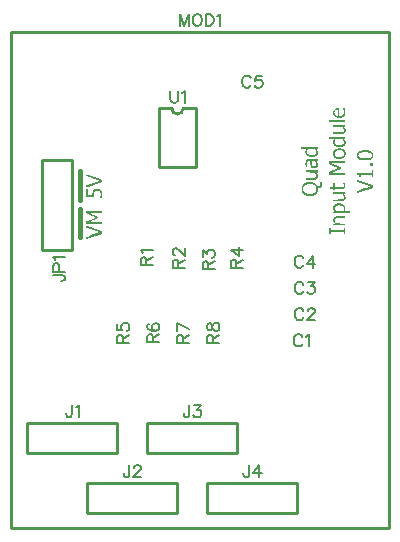
<source format=gbr>
G04 DipTrace 4.0.0.2*
G04 TopSilk.gbr*
%MOIN*%
G04 #@! TF.FileFunction,Legend,Top*
G04 #@! TF.Part,Single*
%ADD10C,0.009843*%
%ADD16C,0.015*%
%ADD35C,0.006176*%
%FSLAX26Y26*%
G04*
G70*
G90*
G75*
G01*
G04 TopSilk*
%LPD*%
X598921Y1318803D2*
D10*
X498921D1*
Y1618803D1*
X598921D2*
X498921D1*
X598921Y1318803D2*
Y1618803D1*
X448921Y643803D2*
Y743803D1*
X748921D1*
Y643803D2*
Y743803D1*
X448921Y643803D2*
X748921D1*
X394000Y2047543D2*
Y394000D1*
X1653843D1*
Y2047543D1*
X394000D1*
X648921Y443803D2*
Y543803D1*
X948921D1*
Y443803D2*
Y543803D1*
X648921Y443803D2*
X948921D1*
X848921Y643803D2*
Y743803D1*
X1148921D1*
Y643803D2*
Y743803D1*
X848921Y643803D2*
X1148921D1*
X1048921Y443803D2*
Y543803D1*
X1348921D1*
Y443803D2*
Y543803D1*
X1048921Y443803D2*
X1348921D1*
X885937Y1792230D2*
Y1595377D1*
X1011906Y1792230D2*
Y1595377D1*
X885937D2*
X1011906D1*
X885937Y1792230D2*
X929234D1*
X968609D2*
X1011906D1*
X929234D2*
G03X968609Y1792230I19688J1D01*
G01*
X623921Y1487554D2*
D16*
Y1581303D1*
Y1362554D2*
Y1456303D1*
G36*
X1469951Y1787550D2*
X1469735Y1786754D1*
X1469295Y1786238D1*
X1467982Y1783613D1*
X1467326Y1779676D1*
Y1777052D1*
X1467982Y1773115D1*
X1468638Y1771146D1*
X1469951Y1768521D1*
X1475200Y1763272D1*
X1479137Y1761304D1*
X1481762Y1760647D1*
X1485043Y1759991D1*
X1492261D1*
X1495541Y1760647D1*
X1497510Y1761304D1*
X1501447Y1763272D1*
X1506040Y1767865D1*
X1507352Y1770490D1*
X1508665Y1774427D1*
Y1784270D1*
X1508009Y1786894D1*
X1506696Y1790831D1*
X1506040Y1792144D1*
X1505384Y1792800D1*
X1499478D1*
Y1792144D1*
X1500791Y1790175D1*
X1501447Y1788863D1*
X1502759Y1784926D1*
X1503415Y1784270D1*
Y1775739D1*
X1502759Y1775083D1*
X1502103Y1773115D1*
Y1772458D1*
X1498166Y1768521D1*
X1496854Y1767865D1*
X1494885Y1767209D1*
X1492698Y1766553D1*
X1490511D1*
X1488324Y1767209D1*
Y1794112D1*
X1485699D1*
X1479137Y1793456D1*
X1477169Y1792800D1*
X1473232Y1790831D1*
X1469951Y1787550D1*
X1482418D1*
X1482908Y1787972D1*
X1483248Y1787933D1*
X1483730Y1787550D1*
Y1767209D1*
X1482418Y1766553D1*
X1481106D1*
X1475856Y1769178D1*
X1473888Y1771146D1*
Y1771802D1*
X1473232Y1773115D1*
X1472575Y1775083D1*
X1471919Y1775739D1*
Y1779676D1*
X1472575Y1780332D1*
X1473888Y1783613D1*
X1474015Y1784078D1*
X1474544Y1784926D1*
X1475856Y1785582D1*
X1476512Y1786238D1*
X1478481Y1786894D1*
X1482418Y1787550D1*
X1469951D1*
G37*
G36*
X1453547Y1752773D2*
Y1746868D1*
X1508009D1*
Y1752773D1*
X1453547D1*
G37*
G36*
X1469295Y1736369D2*
X1468638Y1735713D1*
Y1730464D1*
X1469295Y1729808D1*
X1499478Y1729151D1*
X1500791Y1727839D1*
Y1727183D1*
X1502759Y1723246D1*
X1503415Y1722590D1*
Y1716028D1*
X1502759Y1715372D1*
Y1714716D1*
X1501447Y1713403D1*
X1500135Y1712747D1*
X1497510Y1712091D1*
X1468638Y1711435D1*
Y1705529D1*
X1498822D1*
X1501447Y1706186D1*
X1505384Y1708154D1*
X1507352Y1710123D1*
X1508665Y1712091D1*
X1509321Y1714060D1*
Y1721277D1*
X1508665Y1723246D1*
X1508009Y1724558D1*
X1506696Y1726527D1*
X1504728Y1728495D1*
Y1729151D1*
X1508009Y1729808D1*
Y1736369D1*
X1469295D1*
G37*
G36*
X1469951Y1689125D2*
X1469735Y1688329D1*
X1469295Y1687813D1*
X1468638Y1686500D1*
X1467982Y1684532D1*
X1467326Y1680595D1*
Y1678626D1*
X1467982Y1675346D1*
X1468638Y1673377D1*
X1469295Y1672065D1*
X1470607Y1670096D1*
X1473232Y1667472D1*
X1475200Y1666159D1*
X1477825Y1664847D1*
X1481762Y1663535D1*
X1485043Y1662878D1*
X1492917D1*
X1496854Y1663535D1*
X1500791Y1664847D1*
X1503415Y1666159D1*
X1506040Y1668128D1*
X1508009Y1670752D1*
X1508665Y1672065D1*
X1509321Y1674033D1*
Y1681251D1*
X1508665Y1683220D1*
X1507352Y1685844D1*
X1504728Y1688469D1*
Y1689125D1*
X1508009Y1689781D1*
Y1695687D1*
X1452890D1*
Y1689781D1*
X1469951Y1689125D1*
X1475200D1*
X1483293Y1689781D1*
X1491386D1*
X1499478Y1689125D1*
X1500791Y1687813D1*
Y1687157D1*
X1502103Y1685188D1*
X1502759Y1683220D1*
X1503415Y1682563D1*
Y1676002D1*
X1502759Y1675346D1*
X1502103Y1674033D1*
X1501887Y1673237D1*
X1501447Y1672721D1*
X1500135Y1672065D1*
X1499478Y1671409D1*
X1495541Y1670096D1*
X1490948Y1669440D1*
X1486355D1*
X1481762Y1670096D1*
X1479793Y1670752D1*
X1477169Y1672065D1*
X1473888Y1675346D1*
Y1676002D1*
X1473232Y1677970D1*
X1472575Y1678626D1*
Y1682563D1*
X1473232Y1683220D1*
X1473888Y1686500D1*
X1475200Y1689125D1*
X1469951D1*
G37*
G36*
X1378087Y1656317D2*
X1377872Y1655521D1*
X1377431Y1655004D1*
X1376775Y1653692D1*
X1376119Y1651724D1*
X1375463Y1647787D1*
Y1645818D1*
X1376119Y1642537D1*
X1376775Y1640569D1*
X1377431Y1639256D1*
X1378743Y1637288D1*
X1381368Y1634663D1*
X1383337Y1633351D1*
X1385961Y1632039D1*
X1389898Y1630726D1*
X1393179Y1630070D1*
X1401053D1*
X1404990Y1630726D1*
X1408927Y1632039D1*
X1411552Y1633351D1*
X1414177Y1635319D1*
X1416145Y1637944D1*
X1416801Y1639256D1*
X1417457Y1641225D1*
Y1648443D1*
X1416801Y1650411D1*
X1415489Y1653036D1*
X1412864Y1655661D1*
Y1656317D1*
X1416145Y1656973D1*
Y1662878D1*
X1361027D1*
Y1656973D1*
X1378087Y1656317D1*
X1383337D1*
X1391429Y1656973D1*
X1399522D1*
X1407615Y1656317D1*
X1408927Y1655004D1*
Y1654348D1*
X1410240Y1652380D1*
X1410896Y1650411D1*
X1411552Y1649755D1*
Y1643193D1*
X1410896Y1642537D1*
X1410240Y1641225D1*
X1410024Y1640429D1*
X1409583Y1639913D1*
X1408271Y1639256D1*
X1407615Y1638600D1*
X1403678Y1637288D1*
X1399085Y1636632D1*
X1394491D1*
X1389898Y1637288D1*
X1387930Y1637944D1*
X1385305Y1639256D1*
X1382024Y1642537D1*
Y1643193D1*
X1381368Y1645162D1*
X1380712Y1645818D1*
Y1649755D1*
X1381368Y1650411D1*
X1382024Y1653692D1*
X1383337Y1656317D1*
X1378087D1*
G37*
G36*
X1471263Y1651724D2*
X1469951Y1650411D1*
X1468638Y1647787D1*
X1467982Y1645818D1*
X1467326Y1642537D1*
Y1639913D1*
X1467982Y1635976D1*
X1468638Y1634007D1*
X1469295Y1632695D1*
X1470607Y1630726D1*
X1473888Y1627445D1*
X1475856Y1626133D1*
X1477169Y1625477D1*
X1481106Y1624165D1*
X1485043Y1623508D1*
X1492261D1*
X1496198Y1624165D1*
X1498166Y1624821D1*
X1502103Y1626789D1*
X1504072Y1628102D1*
X1506040Y1630070D1*
X1507352Y1632039D1*
X1508665Y1634663D1*
X1509321Y1636632D1*
Y1645162D1*
X1508009Y1649099D1*
X1506696Y1651067D1*
X1502759Y1655004D1*
X1498822Y1656973D1*
X1496854Y1657629D1*
X1493573Y1658285D1*
X1483730D1*
X1480449Y1657629D1*
X1478481Y1656973D1*
X1474544Y1655004D1*
X1471263Y1651724D1*
X1485699D1*
X1487667Y1652380D1*
X1489636D1*
X1491604Y1651724D1*
X1496198Y1651067D1*
X1498166Y1650411D1*
X1499478Y1649755D1*
X1500135Y1649099D1*
X1501447Y1648443D1*
X1501975Y1647596D1*
X1502103Y1647130D1*
X1503415Y1645162D1*
X1504072Y1644506D1*
Y1637944D1*
X1503415Y1637288D1*
Y1635976D1*
X1500135Y1632695D1*
X1497510Y1631382D1*
X1494885Y1630726D1*
X1490511Y1630070D1*
X1486136D1*
X1481762Y1630726D1*
X1477825Y1632039D1*
X1477169Y1632695D1*
X1475856Y1633351D1*
X1474544Y1634663D1*
Y1635319D1*
X1473888Y1636632D1*
X1473232Y1638600D1*
X1472575Y1639256D1*
Y1642537D1*
X1473232Y1643193D1*
X1473888Y1645818D1*
Y1646474D1*
X1476512Y1649099D1*
X1479137Y1650411D1*
X1481106Y1651067D1*
X1485699Y1651724D1*
X1471263D1*
G37*
G36*
X1550003Y1644506D2*
X1548691Y1643193D1*
X1548035Y1641881D1*
X1547379Y1639913D1*
X1546722Y1636632D1*
Y1634007D1*
X1547379Y1630070D1*
X1549347Y1626133D1*
X1551972Y1623508D1*
X1553940Y1622196D1*
X1556565Y1620884D1*
X1558533Y1620228D1*
X1561158Y1619571D1*
X1564439Y1618915D1*
X1584124D1*
X1587405Y1619571D1*
X1590030Y1620228D1*
X1591998Y1620884D1*
X1595935Y1622852D1*
X1597904Y1624165D1*
X1598560Y1624821D1*
X1599872Y1626789D1*
X1601184Y1629414D1*
X1601841Y1631382D1*
Y1639256D1*
X1601184Y1641225D1*
X1599872Y1643850D1*
X1596591Y1647130D1*
X1594623Y1648443D1*
X1593310Y1649099D1*
X1589373Y1650411D1*
X1586749Y1651067D1*
X1582156Y1651724D1*
X1567064D1*
X1562470Y1651067D1*
X1559846Y1650411D1*
X1555909Y1649099D1*
X1553284Y1647787D1*
X1550003Y1644506D1*
X1564439D1*
X1571001Y1645162D1*
X1577562D1*
X1584124Y1644506D1*
X1588717Y1643850D1*
X1592654Y1642537D1*
X1593310Y1641881D1*
X1594623Y1641225D1*
X1595151Y1640378D1*
X1595279Y1639913D1*
X1595935Y1638600D1*
X1596591Y1637944D1*
Y1632039D1*
X1595935Y1631382D1*
Y1630726D1*
X1593967Y1628758D1*
X1590030Y1626789D1*
X1586749Y1626133D1*
X1578656Y1625477D1*
X1570563D1*
X1562470Y1626133D1*
X1559190Y1626789D1*
X1557221Y1627445D1*
X1555909Y1628102D1*
X1552628Y1631382D1*
Y1632695D1*
X1551972Y1633351D1*
Y1636632D1*
X1552628Y1637288D1*
X1553284Y1639256D1*
Y1639913D1*
X1555253Y1641881D1*
X1556565Y1642537D1*
X1560502Y1643850D1*
X1564439Y1644506D1*
X1550003D1*
G37*
G36*
X1390554Y1616291D2*
X1391211Y1615634D1*
Y1608416D1*
X1391867Y1604479D1*
X1392523Y1601855D1*
X1393179Y1599886D1*
X1394491Y1597262D1*
X1397772Y1593981D1*
X1400397Y1592668D1*
X1403022Y1592012D1*
X1407615D1*
X1411552Y1593325D1*
X1413520Y1594637D1*
X1415489Y1596605D1*
X1417457Y1600542D1*
Y1608416D1*
X1414833Y1613666D1*
X1412864Y1615634D1*
Y1616291D1*
X1416145Y1616947D1*
Y1622852D1*
X1384649D1*
X1382680Y1622196D1*
X1381368Y1621540D1*
X1378087Y1618259D1*
X1376775Y1615634D1*
X1376119Y1613666D1*
X1375463Y1609073D1*
Y1605792D1*
X1376119Y1600542D1*
X1376775Y1597262D1*
X1377431Y1595293D1*
X1383337D1*
Y1596605D1*
X1382024Y1600542D1*
X1381368Y1604479D1*
X1380712Y1605136D1*
Y1609729D1*
X1381368Y1610385D1*
X1382024Y1613010D1*
Y1613666D1*
X1383993Y1615634D1*
X1385305Y1616291D1*
X1387055Y1616947D1*
X1388805D1*
X1390554Y1616291D1*
X1395148D1*
X1399303Y1616947D1*
X1403459D1*
X1407615Y1616291D1*
X1410240Y1613666D1*
Y1613010D1*
X1411552Y1610385D1*
X1412208Y1609729D1*
Y1603167D1*
X1411552Y1602511D1*
X1411224Y1601855D1*
X1410837Y1601169D1*
X1410235Y1600540D1*
X1408927Y1599230D1*
X1406303Y1598574D1*
X1403678D1*
X1401053Y1599230D1*
X1397772Y1602511D1*
Y1603167D1*
X1397116Y1605136D1*
X1396460Y1608416D1*
X1395804Y1614978D1*
X1395148Y1616291D1*
X1390554D1*
G37*
G36*
X1455515Y1614978D2*
Y1606448D1*
X1456171Y1605792D1*
X1460108Y1603823D1*
X1483074Y1593981D1*
X1485043Y1593325D1*
Y1592668D1*
X1483074Y1592012D1*
X1459452Y1581514D1*
X1455515Y1579545D1*
Y1570359D1*
X1508009D1*
Y1576264D1*
X1462733Y1576920D1*
X1464045Y1577577D1*
X1466014Y1578233D1*
X1470607Y1580201D1*
X1476512Y1582826D1*
X1481106Y1584794D1*
X1487011Y1587419D1*
X1491604Y1589388D1*
X1492917Y1590044D1*
X1493573Y1590700D1*
Y1594637D1*
X1489636Y1596605D1*
X1477825Y1601855D1*
X1473232Y1603823D1*
X1467326Y1606448D1*
X1465358Y1607104D1*
X1462733Y1608416D1*
X1508009Y1609073D1*
Y1614978D1*
X1455515D1*
G37*
G36*
X1591342Y1607760D2*
Y1600542D1*
X1591998Y1599886D1*
X1600528D1*
Y1607760D1*
X1591342D1*
G37*
G36*
X1596591Y1586763D2*
X1595935Y1586107D1*
Y1577577D1*
X1548035Y1576920D1*
Y1572327D1*
X1551972Y1571015D1*
X1554596Y1568390D1*
Y1567078D1*
X1555253Y1561172D1*
X1559190D1*
Y1570359D1*
X1571438Y1571015D1*
X1583687D1*
X1595935Y1570359D1*
Y1561172D1*
X1600528D1*
Y1586763D1*
X1596591D1*
G37*
G36*
X1377431Y1584794D2*
X1376775Y1584138D1*
Y1578889D1*
X1377431Y1578233D1*
X1407615Y1577577D1*
X1408927Y1576264D1*
Y1575608D1*
X1410896Y1571671D1*
X1411552Y1571015D1*
Y1564453D1*
X1410896Y1563797D1*
Y1563141D1*
X1409583Y1561829D1*
X1408271Y1561172D1*
X1405646Y1560516D1*
X1376775Y1559860D1*
Y1553955D1*
X1406959D1*
X1409583Y1554611D1*
X1413520Y1556579D1*
X1415489Y1558548D1*
X1416801Y1560516D1*
X1417457Y1562485D1*
Y1569703D1*
X1416801Y1571671D1*
X1416145Y1572983D1*
X1414833Y1574952D1*
X1412864Y1576920D1*
Y1577577D1*
X1416145Y1578233D1*
Y1584794D1*
X1377431D1*
G37*
G36*
X1548035Y1552642D2*
Y1546737D1*
X1548691Y1546081D1*
X1591998Y1531645D1*
X1590686Y1530989D1*
X1561158Y1521146D1*
X1558533Y1520490D1*
X1548691Y1517209D1*
X1548035Y1516553D1*
Y1509991D1*
X1549347D1*
X1557221Y1512616D1*
X1580187Y1520490D1*
X1599216Y1527052D1*
X1600528Y1527708D1*
Y1534926D1*
X1597904Y1536238D1*
X1551972Y1551986D1*
X1550003Y1552642D1*
X1548035D1*
G37*
G36*
X1368901Y1538863D2*
X1366276Y1536238D1*
X1364964Y1534270D1*
X1364308Y1532957D1*
X1362995Y1529020D1*
X1362339Y1524427D1*
Y1521146D1*
X1362995Y1517209D1*
X1363652Y1514584D1*
X1365620Y1510647D1*
X1366932Y1508679D1*
X1370213Y1505398D1*
X1372182Y1504086D1*
X1376119Y1502117D1*
X1380056Y1500805D1*
X1383337Y1500149D1*
X1397116D1*
X1400397Y1500805D1*
X1404334Y1502117D1*
X1408271Y1504086D1*
X1411552Y1506710D1*
X1412208Y1507367D1*
X1414177Y1509991D1*
X1415489Y1511960D1*
X1416145Y1513928D1*
X1416801Y1515241D1*
X1417457Y1517865D1*
Y1524427D1*
X1420738Y1525083D1*
X1422707Y1525739D1*
X1425331Y1527052D1*
X1427956Y1529676D1*
X1429268Y1532301D1*
X1429925Y1534270D1*
Y1544112D1*
X1429268Y1546081D1*
X1423363D1*
X1424019Y1543456D1*
X1424675Y1542800D1*
Y1535582D1*
X1423363Y1534270D1*
Y1533613D1*
X1420738Y1532301D1*
X1418770Y1531645D1*
X1417895Y1530989D1*
X1417020D1*
X1416145Y1531645D1*
X1415489Y1532301D1*
Y1533613D1*
X1414177Y1535582D1*
X1413520Y1536894D1*
X1410240Y1540175D1*
X1407615Y1542144D1*
X1403678Y1544112D1*
X1401709Y1544768D1*
X1399085Y1545424D1*
X1395148Y1546081D1*
X1385305D1*
X1381368Y1545424D1*
X1378743Y1544768D1*
X1376775Y1544112D1*
X1371526Y1541487D1*
X1368901Y1538863D1*
X1385305D1*
X1388586Y1539519D1*
X1391867D1*
X1395148Y1538863D1*
X1399085Y1538207D1*
X1403022Y1536894D1*
X1405646Y1535582D1*
X1406303Y1534926D1*
X1407615Y1534270D1*
X1409583Y1532301D1*
Y1531645D1*
X1410896Y1529676D1*
X1411552Y1527708D1*
X1412208Y1527052D1*
Y1518521D1*
X1411552Y1517865D1*
X1410240Y1515241D1*
Y1514584D1*
X1406959Y1511304D1*
X1405646Y1510647D1*
X1404990Y1509991D1*
X1402366Y1508679D1*
X1400397Y1508023D1*
X1397116Y1507367D1*
X1392523Y1506710D1*
X1387930D1*
X1383337Y1507367D1*
X1380056Y1508023D1*
X1378087Y1508679D1*
X1374150Y1510647D1*
X1373494Y1511304D1*
X1372182Y1511960D1*
X1370869Y1513272D1*
Y1513928D1*
X1369557Y1515897D1*
X1368901Y1517209D1*
X1368245Y1519834D1*
X1367589Y1520490D1*
Y1525083D1*
X1368245Y1525739D1*
X1368901Y1528364D1*
X1369557Y1530332D1*
Y1530989D1*
X1373494Y1534926D1*
X1378743Y1537550D1*
X1381368Y1538207D1*
X1385305Y1538863D1*
X1368901D1*
G37*
G36*
X1468638Y1541487D2*
Y1529676D1*
X1457484Y1529020D1*
Y1523115D1*
X1468638Y1522458D1*
Y1518521D1*
X1473888D1*
Y1522458D1*
X1500135Y1523115D1*
X1504072Y1524427D1*
X1507352Y1527708D1*
X1508009Y1529020D1*
X1508665Y1530989D1*
Y1538863D1*
X1508009Y1541487D1*
X1502103D1*
X1502759Y1540175D1*
X1503415Y1539519D1*
Y1532957D1*
X1502759Y1532301D1*
X1502544Y1531505D1*
X1502103Y1530989D1*
X1500791Y1530332D1*
X1498822Y1529676D1*
X1490511Y1529020D1*
X1482199D1*
X1473888Y1529676D1*
Y1541487D1*
X1468638D1*
G37*
G36*
X1469295Y1512616D2*
X1468638Y1511960D1*
Y1506710D1*
X1469295Y1506054D1*
X1499478Y1505398D1*
X1500791Y1504086D1*
Y1503430D1*
X1502759Y1499493D1*
X1503415Y1498836D1*
Y1492275D1*
X1502759Y1491619D1*
Y1490962D1*
X1501447Y1489650D1*
X1500135Y1488994D1*
X1497510Y1488338D1*
X1468638Y1487682D1*
Y1481776D1*
X1498822D1*
X1501447Y1482432D1*
X1505384Y1484401D1*
X1507352Y1486369D1*
X1508665Y1488338D1*
X1509321Y1490306D1*
Y1497524D1*
X1508665Y1499493D1*
X1508009Y1500805D1*
X1506696Y1502773D1*
X1504728Y1504742D1*
Y1505398D1*
X1508009Y1506054D1*
Y1512616D1*
X1469295D1*
G37*
G36*
X1469951Y1467997D2*
X1469295Y1467340D1*
X1467982Y1464716D1*
X1467326Y1461435D1*
Y1459466D1*
X1467982Y1456186D1*
X1470607Y1450936D1*
X1472575Y1448968D1*
X1469295Y1448312D1*
X1468638Y1447655D1*
Y1442406D1*
X1469295Y1441750D1*
X1522444D1*
Y1448312D1*
X1506696Y1448968D1*
X1506824Y1449433D1*
X1507352Y1450280D1*
X1508665Y1454217D1*
Y1462091D1*
X1508009Y1464060D1*
X1507352Y1465372D1*
X1506040Y1467340D1*
X1502759Y1470621D1*
X1500791Y1471934D1*
X1499478Y1472590D1*
X1495541Y1473902D1*
X1492917Y1474558D1*
X1481762D1*
X1479137Y1473902D1*
X1475200Y1472590D1*
X1473888Y1471934D1*
X1471263Y1469965D1*
X1469951Y1468653D1*
Y1467997D1*
X1484386D1*
X1487011Y1468653D1*
X1489636D1*
X1492261Y1467997D1*
X1495541Y1467340D1*
X1497510Y1466684D1*
X1498822Y1466028D1*
X1499478Y1465372D1*
X1500791Y1464716D1*
X1501319Y1463869D1*
X1501447Y1463403D1*
X1502759Y1461435D1*
X1503415Y1460779D1*
Y1452905D1*
X1502759Y1452249D1*
X1502103Y1450280D1*
X1501887Y1449484D1*
X1501447Y1448968D1*
X1493354Y1448312D1*
X1485261D1*
X1477169Y1448968D1*
Y1449624D1*
X1475856Y1451592D1*
X1474544Y1454217D1*
X1473888Y1456842D1*
X1473232Y1457498D1*
Y1460779D1*
X1473888Y1461435D1*
X1475200Y1464060D1*
X1477169Y1466028D1*
X1478481Y1466684D1*
X1480449Y1467340D1*
X1484386Y1467997D1*
X1469951D1*
G37*
G36*
X1479137Y1431907D2*
X1475856Y1431251D1*
X1473888Y1430595D1*
X1471919Y1429283D1*
X1469295Y1426658D1*
X1467982Y1424033D1*
X1467326Y1420752D1*
Y1418784D1*
X1467982Y1415503D1*
X1469951Y1411566D1*
X1471263Y1409598D1*
X1472575Y1408285D1*
X1469295Y1407629D1*
X1468638Y1406973D1*
Y1401724D1*
X1469295Y1401067D1*
X1508009D1*
Y1407629D1*
X1477825Y1408285D1*
X1476512Y1409598D1*
Y1410254D1*
X1475200Y1412222D1*
X1474544Y1413535D1*
X1473888Y1416159D1*
X1473232Y1416815D1*
Y1420096D1*
X1473888Y1420752D1*
Y1422065D1*
X1475856Y1424033D1*
X1477169Y1424689D1*
X1481106Y1425346D1*
X1508009Y1426002D1*
Y1431907D1*
X1479137D1*
G37*
G36*
X1455515Y1392537D2*
Y1372852D1*
X1460108D1*
Y1378758D1*
X1474544Y1379414D1*
X1488980D1*
X1503415Y1378758D1*
Y1372852D1*
X1508009D1*
Y1392537D1*
X1503415D1*
Y1386632D1*
X1488980Y1385976D1*
X1474544D1*
X1460108Y1386632D1*
Y1392537D1*
X1455515D1*
G37*
G36*
X645148Y1571015D2*
Y1565109D1*
X645804Y1564453D1*
X689111Y1550018D1*
X687799Y1549361D1*
X658271Y1539519D1*
X655646Y1538863D1*
X645804Y1535582D1*
X645148Y1534926D1*
Y1528364D1*
X646460D1*
X654334Y1530989D1*
X677300Y1538863D1*
X696329Y1545424D1*
X697641Y1546081D1*
Y1553298D1*
X695016Y1554611D1*
X649085Y1570359D1*
X647116Y1571015D1*
X645148D1*
G37*
G36*
X678612Y1523771D2*
X675331Y1523115D1*
X671394Y1521146D1*
X668770Y1518521D1*
X666801Y1514584D1*
X666145Y1512616D1*
X665489Y1508023D1*
Y1504742D1*
X666145Y1504086D1*
Y1502117D1*
X660896Y1501461D1*
X655646D1*
X650397Y1502117D1*
Y1523115D1*
X645148D1*
Y1494899D1*
X672051D1*
Y1496868D1*
X671394Y1501461D1*
X670738Y1502117D1*
Y1507367D1*
X671394Y1508023D1*
X672051Y1511304D1*
X672707Y1512616D1*
Y1513272D1*
X674019Y1514584D1*
X675331Y1515241D1*
X678612Y1516553D1*
X680799Y1517209D1*
X682987D1*
X685174Y1516553D1*
X689111Y1515241D1*
X689767Y1514584D1*
X691079Y1513928D1*
X691608Y1513081D1*
X691736Y1512616D1*
X693048Y1510647D1*
X693704Y1509991D1*
Y1502117D1*
X693048Y1501461D1*
X691736Y1497524D1*
X690423Y1494899D1*
X689111Y1492931D1*
X696329D1*
X697641Y1495556D1*
X698953Y1500805D1*
Y1510647D1*
X697641Y1514584D1*
X696985Y1515897D1*
X695016Y1518521D1*
X694360Y1519178D1*
X691736Y1521146D1*
X689111Y1522458D1*
X687142Y1523115D1*
X683862Y1523771D1*
X678612D1*
G37*
G36*
X645148Y1450280D2*
Y1441750D1*
X645804Y1441094D1*
X649741Y1439125D1*
X672707Y1429283D1*
X674675Y1428626D1*
Y1427970D1*
X672707Y1427314D1*
X649085Y1416815D1*
X645148Y1414847D1*
Y1405661D1*
X697641D1*
Y1411566D1*
X652366Y1412222D1*
X653678Y1412878D1*
X655646Y1413535D1*
X660240Y1415503D1*
X666145Y1418128D1*
X670738Y1420096D1*
X676644Y1422721D1*
X681237Y1424689D1*
X682549Y1425346D1*
X683205Y1426002D1*
Y1429939D1*
X679268Y1431907D1*
X667457Y1437157D1*
X662864Y1439125D1*
X656959Y1441750D1*
X654990Y1442406D1*
X652366Y1443718D1*
X697641Y1444374D1*
Y1450280D1*
X645148D1*
G37*
G36*
Y1399755D2*
Y1393850D1*
X645804Y1393193D1*
X689111Y1378758D1*
X687799Y1378102D1*
X658271Y1368259D1*
X655646Y1367603D1*
X645804Y1364322D1*
X645148Y1363666D1*
Y1357104D1*
X646460D1*
X654334Y1359729D1*
X677300Y1367603D1*
X696329Y1374165D1*
X697641Y1374821D1*
Y1382039D1*
X695016Y1383351D1*
X649085Y1399099D1*
X647116Y1399755D1*
X645148D1*
G37*
X534093Y1235330D2*
D35*
X564691D1*
X570439Y1233428D1*
X572340Y1231483D1*
X574285Y1227680D1*
Y1223834D1*
X572340Y1220031D1*
X570439Y1218130D1*
X564691Y1216184D1*
X560888D1*
X555140Y1247681D2*
Y1264925D1*
X553239Y1270629D1*
X551293Y1272575D1*
X547491Y1274476D1*
X541743D1*
X537940Y1272575D1*
X535995Y1270629D1*
X534093Y1264925D1*
Y1247681D1*
X574285D1*
X541787Y1286827D2*
X539841Y1290674D1*
X534138Y1296422D1*
X574285D1*
X597521Y802382D2*
Y771784D1*
X595620Y766036D1*
X593674Y764135D1*
X589872Y762190D1*
X586025D1*
X582222Y764135D1*
X580321Y766036D1*
X578375Y771784D1*
Y775587D1*
X609872Y794688D2*
X613719Y796634D1*
X619467Y802337D1*
Y762190D1*
X987199Y2065930D2*
Y2106122D1*
X971901Y2065930D1*
X956602Y2106122D1*
Y2065930D1*
X1011047Y2106122D2*
X1007200Y2104220D1*
X1003398Y2100374D1*
X1001452Y2096571D1*
X999551Y2090823D1*
Y2081228D1*
X1001452Y2075525D1*
X1003398Y2071678D1*
X1007200Y2067875D1*
X1011047Y2065930D1*
X1018696D1*
X1022499Y2067875D1*
X1026346Y2071678D1*
X1028247Y2075525D1*
X1030148Y2081228D1*
Y2090823D1*
X1028247Y2096571D1*
X1026346Y2100374D1*
X1022499Y2104220D1*
X1018696Y2106122D1*
X1011047D1*
X1042499D2*
Y2065930D1*
X1055897D1*
X1061645Y2067875D1*
X1065492Y2071678D1*
X1067393Y2075525D1*
X1069294Y2081228D1*
Y2090823D1*
X1067393Y2096571D1*
X1065492Y2100374D1*
X1061645Y2104220D1*
X1055897Y2106122D1*
X1042499D1*
X1081646Y2098428D2*
X1085492Y2100374D1*
X1091240Y2106078D1*
Y2065930D1*
X788921Y602382D2*
Y571784D1*
X787020Y566036D1*
X785074Y564135D1*
X781272Y562190D1*
X777425D1*
X773622Y564135D1*
X771721Y566036D1*
X769776Y571784D1*
Y575587D1*
X803218Y592787D2*
Y594688D1*
X805119Y598535D1*
X807020Y600436D1*
X810867Y602337D1*
X818516D1*
X822319Y600436D1*
X824220Y598535D1*
X826166Y594688D1*
Y590886D1*
X824220Y587039D1*
X820418Y581335D1*
X801272Y562190D1*
X828067D1*
X988921Y802382D2*
Y771784D1*
X987020Y766036D1*
X985074Y764135D1*
X981272Y762190D1*
X977425D1*
X973622Y764135D1*
X971721Y766036D1*
X969776Y771784D1*
Y775587D1*
X1005119Y802337D2*
X1026121D1*
X1014670Y787039D1*
X1020418D1*
X1024220Y785138D1*
X1026121Y783236D1*
X1028067Y777488D1*
Y773686D1*
X1026121Y767938D1*
X1022319Y764091D1*
X1016571Y762190D1*
X1010823D1*
X1005119Y764091D1*
X1003218Y766036D1*
X1001272Y769839D1*
X1364796Y1028608D2*
X1362895Y1032410D1*
X1359048Y1036257D1*
X1355246Y1038159D1*
X1347596D1*
X1343749Y1036257D1*
X1339947Y1032410D1*
X1338001Y1028608D1*
X1336100Y1022860D1*
Y1013265D1*
X1338001Y1007561D1*
X1339947Y1003715D1*
X1343749Y999912D1*
X1347596Y997967D1*
X1355246D1*
X1359048Y999912D1*
X1362895Y1003715D1*
X1364796Y1007561D1*
X1377148Y1030465D2*
X1380994Y1032410D1*
X1386742Y1038114D1*
Y997967D1*
X1368696Y1116109D2*
X1366795Y1119912D1*
X1362948Y1123759D1*
X1359146Y1125660D1*
X1351496D1*
X1347650Y1123759D1*
X1343847Y1119912D1*
X1341902Y1116109D1*
X1340000Y1110361D1*
Y1100766D1*
X1341902Y1095063D1*
X1343847Y1091216D1*
X1347650Y1087413D1*
X1351496Y1085468D1*
X1359146D1*
X1362948Y1087413D1*
X1366795Y1091216D1*
X1368696Y1095063D1*
X1382993Y1116065D2*
Y1117966D1*
X1384894Y1121813D1*
X1386796Y1123714D1*
X1390642Y1125616D1*
X1398292D1*
X1402094Y1123714D1*
X1403996Y1121813D1*
X1405941Y1117966D1*
Y1114164D1*
X1403996Y1110317D1*
X1400193Y1104613D1*
X1381048Y1085468D1*
X1407842D1*
X1368696Y1203609D2*
X1366795Y1207412D1*
X1362948Y1211259D1*
X1359146Y1213160D1*
X1351496D1*
X1347650Y1211259D1*
X1343847Y1207412D1*
X1341902Y1203609D1*
X1340000Y1197861D1*
Y1188266D1*
X1341902Y1182563D1*
X1343847Y1178716D1*
X1347650Y1174913D1*
X1351496Y1172968D1*
X1359146D1*
X1362948Y1174913D1*
X1366795Y1178716D1*
X1368696Y1182563D1*
X1384894Y1213116D2*
X1405897D1*
X1394445Y1197817D1*
X1400193D1*
X1403996Y1195916D1*
X1405897Y1194014D1*
X1407842Y1188266D1*
Y1184464D1*
X1405897Y1178716D1*
X1402094Y1174869D1*
X1396346Y1172968D1*
X1390598D1*
X1384894Y1174869D1*
X1382993Y1176815D1*
X1381048Y1180617D1*
X1367746Y1291108D2*
X1365844Y1294910D1*
X1361998Y1298757D1*
X1358195Y1300659D1*
X1350546D1*
X1346699Y1298757D1*
X1342896Y1294910D1*
X1340951Y1291108D1*
X1339050Y1285360D1*
Y1275765D1*
X1340951Y1270061D1*
X1342896Y1266215D1*
X1346699Y1262412D1*
X1350546Y1260467D1*
X1358195D1*
X1361998Y1262412D1*
X1365844Y1266215D1*
X1367746Y1270061D1*
X1399242Y1260467D2*
Y1300614D1*
X1380097Y1273864D1*
X1408793D1*
X845266Y1269433D2*
Y1286633D1*
X843321Y1292381D1*
X841420Y1294326D1*
X837617Y1296227D1*
X833770D1*
X829968Y1294326D1*
X828022Y1292381D1*
X826121Y1286633D1*
Y1269433D1*
X866313D1*
X845266Y1282830D2*
X866313Y1296227D1*
X833815Y1308579D2*
X831869Y1312426D1*
X826165Y1318174D1*
X866313D1*
X951516Y1260833D2*
Y1278033D1*
X949570Y1283781D1*
X947669Y1285726D1*
X943866Y1287627D1*
X940020D1*
X936217Y1285726D1*
X934272Y1283781D1*
X932370Y1278033D1*
Y1260833D1*
X972562D1*
X951516Y1274230D2*
X972562Y1287627D1*
X941965Y1301924D2*
X940064D1*
X936217Y1303826D1*
X934316Y1305727D1*
X932415Y1309574D1*
Y1317223D1*
X934316Y1321025D1*
X936217Y1322927D1*
X940064Y1324872D1*
X943866D1*
X947713Y1322927D1*
X953417Y1319124D1*
X972562Y1299979D1*
Y1326774D1*
X1051516Y1254583D2*
Y1271783D1*
X1049570Y1277531D1*
X1047669Y1279477D1*
X1043866Y1281378D1*
X1040020D1*
X1036217Y1279477D1*
X1034272Y1277531D1*
X1032370Y1271783D1*
Y1254583D1*
X1072562D1*
X1051516Y1267981D2*
X1072562Y1281378D1*
X1032415Y1297576D2*
Y1318579D1*
X1047713Y1307127D1*
Y1312875D1*
X1049614Y1316677D1*
X1051516Y1318579D1*
X1057264Y1320524D1*
X1061066D1*
X1066814Y1318579D1*
X1070661Y1314776D1*
X1072562Y1309028D1*
Y1303280D1*
X1070661Y1297576D1*
X1068716Y1295675D1*
X1064913Y1293730D1*
X1145266Y1259882D2*
Y1277082D1*
X1143321Y1282830D1*
X1141420Y1284776D1*
X1137617Y1286677D1*
X1133770D1*
X1129968Y1284776D1*
X1128022Y1282830D1*
X1126121Y1277082D1*
Y1259882D1*
X1166313D1*
X1145266Y1273279D2*
X1166313Y1286677D1*
Y1318174D2*
X1126165D1*
X1152916Y1299028D1*
Y1327724D1*
X767461Y1010833D2*
Y1028033D1*
X765515Y1033781D1*
X763614Y1035726D1*
X759811Y1037627D1*
X755965D1*
X752162Y1035726D1*
X750217Y1033781D1*
X748315Y1028033D1*
Y1010833D1*
X788507D1*
X767461Y1024230D2*
X788507Y1037627D1*
X748359Y1072927D2*
Y1053826D1*
X765559Y1051924D1*
X763658Y1053826D1*
X761713Y1059574D1*
Y1065277D1*
X763658Y1071025D1*
X767461Y1074872D1*
X773209Y1076774D1*
X777011D1*
X782759Y1074872D1*
X786606Y1071025D1*
X788507Y1065277D1*
Y1059574D1*
X786606Y1053826D1*
X784660Y1051924D1*
X780858Y1049979D1*
X867461Y1011806D2*
Y1029005D1*
X865515Y1034753D1*
X863614Y1036699D1*
X859811Y1038600D1*
X855965D1*
X852162Y1036699D1*
X850217Y1034753D1*
X848315Y1029005D1*
Y1011806D1*
X888507D1*
X867461Y1025203D2*
X888507Y1038600D1*
X854063Y1073900D2*
X850261Y1071998D1*
X848359Y1066250D1*
Y1062448D1*
X850261Y1056700D1*
X856009Y1052853D1*
X865559Y1050952D1*
X875110D1*
X882759Y1052853D1*
X886606Y1056700D1*
X888507Y1062448D1*
Y1064349D1*
X886606Y1070053D1*
X882759Y1073900D1*
X877011Y1075801D1*
X875110D1*
X869362Y1073900D1*
X865559Y1070053D1*
X863658Y1064349D1*
Y1062448D1*
X865559Y1056700D1*
X869362Y1052853D1*
X875110Y1050952D1*
X967461Y1010833D2*
Y1028033D1*
X965515Y1033781D1*
X963614Y1035726D1*
X959811Y1037627D1*
X955965D1*
X952162Y1035726D1*
X950217Y1033781D1*
X948315Y1028033D1*
Y1010833D1*
X988507D1*
X967461Y1024230D2*
X988507Y1037627D1*
Y1057628D2*
X948359Y1076774D1*
Y1049979D1*
X1067461Y1010855D2*
Y1028055D1*
X1065515Y1033803D1*
X1063614Y1035748D1*
X1059811Y1037650D1*
X1055965D1*
X1052162Y1035748D1*
X1050217Y1033803D1*
X1048315Y1028055D1*
Y1010855D1*
X1088507D1*
X1067461Y1024252D2*
X1088507Y1037650D1*
X1048359Y1059552D2*
X1050261Y1053848D1*
X1054063Y1051902D1*
X1057910D1*
X1061713Y1053848D1*
X1063658Y1057650D1*
X1065559Y1065300D1*
X1067461Y1071048D1*
X1071307Y1074850D1*
X1075110Y1076751D1*
X1080858D1*
X1084660Y1074850D1*
X1086606Y1072949D1*
X1088507Y1067201D1*
Y1059552D1*
X1086606Y1053848D1*
X1084660Y1051902D1*
X1080858Y1050001D1*
X1075110D1*
X1071307Y1051902D1*
X1067461Y1055749D1*
X1065559Y1061453D1*
X1063658Y1069102D1*
X1061713Y1072949D1*
X1057910Y1074850D1*
X1054063D1*
X1050261Y1072949D1*
X1048359Y1067201D1*
Y1059552D1*
X1187970Y602382D2*
Y571784D1*
X1186069Y566036D1*
X1184124Y564135D1*
X1180321Y562190D1*
X1176474D1*
X1172672Y564135D1*
X1170770Y566036D1*
X1168825Y571784D1*
Y575587D1*
X1219467Y562190D2*
Y602337D1*
X1200322Y575587D1*
X1229018D1*
X924551Y1850808D2*
Y1822112D1*
X926452Y1816364D1*
X930299Y1812562D1*
X936047Y1810616D1*
X939849D1*
X945597Y1812562D1*
X949444Y1816364D1*
X951346Y1822112D1*
Y1850808D1*
X963697Y1843115D2*
X967544Y1845060D1*
X973292Y1850764D1*
Y1810616D1*
X1193696Y1891108D2*
X1191795Y1894910D1*
X1187948Y1898757D1*
X1184146Y1900659D1*
X1176496D1*
X1172650Y1898757D1*
X1168847Y1894910D1*
X1166902Y1891108D1*
X1165000Y1885360D1*
Y1875765D1*
X1166902Y1870061D1*
X1168847Y1866215D1*
X1172650Y1862412D1*
X1176496Y1860467D1*
X1184146D1*
X1187948Y1862412D1*
X1191795Y1866215D1*
X1193696Y1870061D1*
X1228996Y1900614D2*
X1209894D1*
X1207993Y1883414D1*
X1209894Y1885316D1*
X1215642Y1887261D1*
X1221346D1*
X1227094Y1885316D1*
X1230941Y1881513D1*
X1232842Y1875765D1*
Y1871963D1*
X1230941Y1866215D1*
X1227094Y1862368D1*
X1221346Y1860467D1*
X1215642D1*
X1209894Y1862368D1*
X1207993Y1864313D1*
X1206048Y1868116D1*
M02*

</source>
